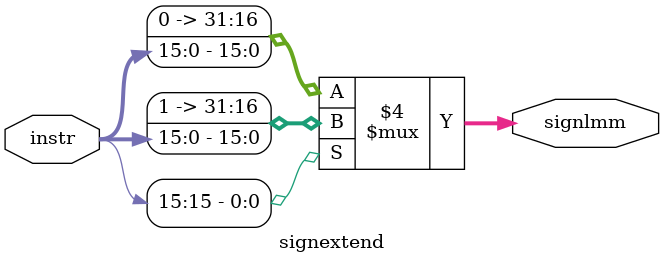
<source format=v>
module signextend (

input wire [15:0] instr ,
output reg [31:0] signlmm

);

always @(*)
    begin 
        if (instr[15]==0)
            begin 
                signlmm={16'h0000,instr};
            end
        else 
            begin 
                signlmm={16'hffff,instr};
            end

    end

endmodule 

</source>
